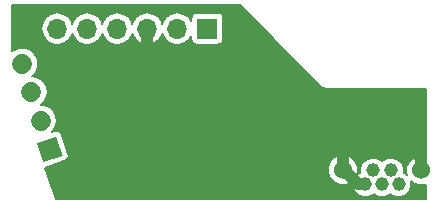
<source format=gbl>
G04 #@! TF.FileFunction,Copper,L2,Bot,Signal*
%FSLAX46Y46*%
G04 Gerber Fmt 4.6, Leading zero omitted, Abs format (unit mm)*
G04 Created by KiCad (PCBNEW 4.0.7-e2-6376~58~ubuntu16.04.1) date Sat Jul  7 00:38:20 2018*
%MOMM*%
%LPD*%
G01*
G04 APERTURE LIST*
%ADD10C,0.100000*%
%ADD11C,0.600000*%
%ADD12C,1.700000*%
%ADD13R,1.700000X1.700000*%
%ADD14O,1.700000X1.700000*%
%ADD15C,1.524000*%
%ADD16C,1.150000*%
%ADD17C,1.000000*%
%ADD18C,0.200000*%
G04 APERTURE END LIST*
D10*
D11*
X125440440Y-75120500D03*
X120553480Y-70279260D03*
X134038340Y-72443340D03*
X129293620Y-67721480D03*
X138153140Y-71798180D03*
X133822440Y-67632580D03*
D10*
G36*
X114208734Y-72628938D02*
X114734062Y-74245734D01*
X113117266Y-74771062D01*
X112591938Y-73154266D01*
X114208734Y-72628938D01*
X114208734Y-72628938D01*
G37*
D12*
X112878097Y-71284316D02*
X112878097Y-71284316D01*
X112093194Y-68868633D02*
X112093194Y-68868633D01*
X111308291Y-66452949D02*
X111308291Y-66452949D01*
D13*
X127000000Y-63500000D03*
D14*
X124460000Y-63500000D03*
X121920000Y-63500000D03*
X119380000Y-63500000D03*
X116840000Y-63500000D03*
X114300000Y-63500000D03*
D11*
X130423920Y-64035940D03*
D15*
X145108500Y-75488800D03*
X138458500Y-75438800D03*
D16*
X140383500Y-76688800D03*
X141783500Y-76688800D03*
X143183500Y-76688800D03*
X141033500Y-75488800D03*
X142533500Y-75488800D03*
D17*
X138458500Y-75438800D02*
X138458500Y-72103540D01*
X138458500Y-72103540D02*
X138153140Y-71798180D01*
X145108500Y-75488800D02*
X145108500Y-74411170D01*
X145108500Y-74411170D02*
X144536160Y-73838830D01*
X121920000Y-63500000D02*
X121920000Y-65438020D01*
X138480800Y-75397360D02*
X139771120Y-76687680D01*
X139771120Y-76687680D02*
X140294360Y-76687680D01*
D18*
G36*
X136593414Y-68406586D02*
X136779957Y-68531231D01*
X137000000Y-68575000D01*
X145475000Y-68575000D01*
X145475000Y-74274511D01*
X145360629Y-74227020D01*
X144858574Y-74226581D01*
X144394568Y-74418305D01*
X144039252Y-74773001D01*
X143846720Y-75236671D01*
X143846281Y-75738726D01*
X143911427Y-75896391D01*
X143793233Y-75777991D01*
X143608315Y-75701206D01*
X143608686Y-75275907D01*
X143445372Y-74880657D01*
X143143233Y-74577991D01*
X142748269Y-74413987D01*
X142320607Y-74413614D01*
X141925357Y-74576928D01*
X141783518Y-74718520D01*
X141643233Y-74577991D01*
X141248269Y-74413987D01*
X140820607Y-74413614D01*
X140425357Y-74576928D01*
X140122691Y-74879067D01*
X139958687Y-75274031D01*
X139958314Y-75701332D01*
X139775357Y-75776928D01*
X139620295Y-75931720D01*
X139720280Y-75690929D01*
X139720719Y-75188874D01*
X139528995Y-74724868D01*
X139174299Y-74369552D01*
X138710629Y-74177020D01*
X138208574Y-74176581D01*
X137744568Y-74368305D01*
X137389252Y-74723001D01*
X137196720Y-75186671D01*
X137196281Y-75688726D01*
X137388005Y-76152732D01*
X137742701Y-76508048D01*
X138206371Y-76700580D01*
X138708426Y-76701019D01*
X139172432Y-76509295D01*
X139380143Y-76301946D01*
X139308687Y-76474031D01*
X139308314Y-76901693D01*
X139471628Y-77296943D01*
X139773767Y-77599609D01*
X140168731Y-77763613D01*
X140596393Y-77763986D01*
X140991643Y-77600672D01*
X141083395Y-77509080D01*
X141173767Y-77599609D01*
X141568731Y-77763613D01*
X141996393Y-77763986D01*
X142391643Y-77600672D01*
X142483395Y-77509080D01*
X142573767Y-77599609D01*
X142968731Y-77763613D01*
X143396393Y-77763986D01*
X143791643Y-77600672D01*
X144094309Y-77298533D01*
X144258313Y-76903569D01*
X144258686Y-76475907D01*
X144221950Y-76386998D01*
X144392701Y-76558048D01*
X144856371Y-76750580D01*
X145358426Y-76751019D01*
X145475000Y-76702851D01*
X145475000Y-77911000D01*
X114199078Y-77911000D01*
X113264190Y-75257125D01*
X113274801Y-75255906D01*
X114891597Y-74730578D01*
X115057043Y-74640163D01*
X115185052Y-74483429D01*
X115241997Y-74289242D01*
X115218906Y-74088199D01*
X114693578Y-72471403D01*
X114603163Y-72305957D01*
X114446429Y-72177948D01*
X114252242Y-72121003D01*
X114051199Y-72144094D01*
X113854702Y-72207940D01*
X114106109Y-71889031D01*
X114249089Y-71382065D01*
X114187178Y-70858971D01*
X113929800Y-70399389D01*
X113516139Y-70073285D01*
X113009173Y-69930305D01*
X112893304Y-69944019D01*
X112995102Y-69887009D01*
X113321206Y-69473348D01*
X113464186Y-68966382D01*
X113402275Y-68443288D01*
X113144897Y-67983706D01*
X112731236Y-67657602D01*
X112224270Y-67514622D01*
X112108398Y-67528336D01*
X112210199Y-67471325D01*
X112536303Y-67057664D01*
X112679283Y-66550698D01*
X112617372Y-66027604D01*
X112359994Y-65568022D01*
X111946333Y-65241918D01*
X111439367Y-65098938D01*
X110916273Y-65160849D01*
X110865965Y-65177195D01*
X110430000Y-65421347D01*
X110430000Y-63473552D01*
X112950000Y-63473552D01*
X112950000Y-63526448D01*
X113052763Y-64043071D01*
X113345406Y-64481042D01*
X113783377Y-64773685D01*
X114300000Y-64876448D01*
X114816623Y-64773685D01*
X115254594Y-64481042D01*
X115547237Y-64043071D01*
X115570000Y-63928634D01*
X115592763Y-64043071D01*
X115885406Y-64481042D01*
X116323377Y-64773685D01*
X116840000Y-64876448D01*
X117356623Y-64773685D01*
X117794594Y-64481042D01*
X118087237Y-64043071D01*
X118110000Y-63928634D01*
X118132763Y-64043071D01*
X118425406Y-64481042D01*
X118863377Y-64773685D01*
X119380000Y-64876448D01*
X119896623Y-64773685D01*
X120334594Y-64481042D01*
X120627237Y-64043071D01*
X120650000Y-63928634D01*
X120672763Y-64043071D01*
X120965406Y-64481042D01*
X121403377Y-64773685D01*
X121920000Y-64876448D01*
X122436623Y-64773685D01*
X122874594Y-64481042D01*
X123167237Y-64043071D01*
X123190000Y-63928634D01*
X123212763Y-64043071D01*
X123505406Y-64481042D01*
X123943377Y-64773685D01*
X124460000Y-64876448D01*
X124976623Y-64773685D01*
X125414594Y-64481042D01*
X125640205Y-64143391D01*
X125640205Y-64350000D01*
X125675069Y-64535289D01*
X125784575Y-64705465D01*
X125951661Y-64819630D01*
X126150000Y-64859795D01*
X127850000Y-64859795D01*
X128035289Y-64824931D01*
X128205465Y-64715425D01*
X128319630Y-64548339D01*
X128359795Y-64350000D01*
X128359795Y-62650000D01*
X128324931Y-62464711D01*
X128215425Y-62294535D01*
X128048339Y-62180370D01*
X127850000Y-62140205D01*
X126150000Y-62140205D01*
X125964711Y-62175069D01*
X125794535Y-62284575D01*
X125680370Y-62451661D01*
X125640205Y-62650000D01*
X125640205Y-62856609D01*
X125414594Y-62518958D01*
X124976623Y-62226315D01*
X124460000Y-62123552D01*
X123943377Y-62226315D01*
X123505406Y-62518958D01*
X123212763Y-62956929D01*
X123190000Y-63071366D01*
X123167237Y-62956929D01*
X122874594Y-62518958D01*
X122436623Y-62226315D01*
X121920000Y-62123552D01*
X121403377Y-62226315D01*
X120965406Y-62518958D01*
X120672763Y-62956929D01*
X120650000Y-63071366D01*
X120627237Y-62956929D01*
X120334594Y-62518958D01*
X119896623Y-62226315D01*
X119380000Y-62123552D01*
X118863377Y-62226315D01*
X118425406Y-62518958D01*
X118132763Y-62956929D01*
X118110000Y-63071366D01*
X118087237Y-62956929D01*
X117794594Y-62518958D01*
X117356623Y-62226315D01*
X116840000Y-62123552D01*
X116323377Y-62226315D01*
X115885406Y-62518958D01*
X115592763Y-62956929D01*
X115570000Y-63071366D01*
X115547237Y-62956929D01*
X115254594Y-62518958D01*
X114816623Y-62226315D01*
X114300000Y-62123552D01*
X113783377Y-62226315D01*
X113345406Y-62518958D01*
X113052763Y-62956929D01*
X112950000Y-63473552D01*
X110430000Y-63473552D01*
X110430000Y-61535000D01*
X129721828Y-61535000D01*
X136593414Y-68406586D01*
X136593414Y-68406586D01*
G37*
X136593414Y-68406586D02*
X136779957Y-68531231D01*
X137000000Y-68575000D01*
X145475000Y-68575000D01*
X145475000Y-74274511D01*
X145360629Y-74227020D01*
X144858574Y-74226581D01*
X144394568Y-74418305D01*
X144039252Y-74773001D01*
X143846720Y-75236671D01*
X143846281Y-75738726D01*
X143911427Y-75896391D01*
X143793233Y-75777991D01*
X143608315Y-75701206D01*
X143608686Y-75275907D01*
X143445372Y-74880657D01*
X143143233Y-74577991D01*
X142748269Y-74413987D01*
X142320607Y-74413614D01*
X141925357Y-74576928D01*
X141783518Y-74718520D01*
X141643233Y-74577991D01*
X141248269Y-74413987D01*
X140820607Y-74413614D01*
X140425357Y-74576928D01*
X140122691Y-74879067D01*
X139958687Y-75274031D01*
X139958314Y-75701332D01*
X139775357Y-75776928D01*
X139620295Y-75931720D01*
X139720280Y-75690929D01*
X139720719Y-75188874D01*
X139528995Y-74724868D01*
X139174299Y-74369552D01*
X138710629Y-74177020D01*
X138208574Y-74176581D01*
X137744568Y-74368305D01*
X137389252Y-74723001D01*
X137196720Y-75186671D01*
X137196281Y-75688726D01*
X137388005Y-76152732D01*
X137742701Y-76508048D01*
X138206371Y-76700580D01*
X138708426Y-76701019D01*
X139172432Y-76509295D01*
X139380143Y-76301946D01*
X139308687Y-76474031D01*
X139308314Y-76901693D01*
X139471628Y-77296943D01*
X139773767Y-77599609D01*
X140168731Y-77763613D01*
X140596393Y-77763986D01*
X140991643Y-77600672D01*
X141083395Y-77509080D01*
X141173767Y-77599609D01*
X141568731Y-77763613D01*
X141996393Y-77763986D01*
X142391643Y-77600672D01*
X142483395Y-77509080D01*
X142573767Y-77599609D01*
X142968731Y-77763613D01*
X143396393Y-77763986D01*
X143791643Y-77600672D01*
X144094309Y-77298533D01*
X144258313Y-76903569D01*
X144258686Y-76475907D01*
X144221950Y-76386998D01*
X144392701Y-76558048D01*
X144856371Y-76750580D01*
X145358426Y-76751019D01*
X145475000Y-76702851D01*
X145475000Y-77911000D01*
X114199078Y-77911000D01*
X113264190Y-75257125D01*
X113274801Y-75255906D01*
X114891597Y-74730578D01*
X115057043Y-74640163D01*
X115185052Y-74483429D01*
X115241997Y-74289242D01*
X115218906Y-74088199D01*
X114693578Y-72471403D01*
X114603163Y-72305957D01*
X114446429Y-72177948D01*
X114252242Y-72121003D01*
X114051199Y-72144094D01*
X113854702Y-72207940D01*
X114106109Y-71889031D01*
X114249089Y-71382065D01*
X114187178Y-70858971D01*
X113929800Y-70399389D01*
X113516139Y-70073285D01*
X113009173Y-69930305D01*
X112893304Y-69944019D01*
X112995102Y-69887009D01*
X113321206Y-69473348D01*
X113464186Y-68966382D01*
X113402275Y-68443288D01*
X113144897Y-67983706D01*
X112731236Y-67657602D01*
X112224270Y-67514622D01*
X112108398Y-67528336D01*
X112210199Y-67471325D01*
X112536303Y-67057664D01*
X112679283Y-66550698D01*
X112617372Y-66027604D01*
X112359994Y-65568022D01*
X111946333Y-65241918D01*
X111439367Y-65098938D01*
X110916273Y-65160849D01*
X110865965Y-65177195D01*
X110430000Y-65421347D01*
X110430000Y-63473552D01*
X112950000Y-63473552D01*
X112950000Y-63526448D01*
X113052763Y-64043071D01*
X113345406Y-64481042D01*
X113783377Y-64773685D01*
X114300000Y-64876448D01*
X114816623Y-64773685D01*
X115254594Y-64481042D01*
X115547237Y-64043071D01*
X115570000Y-63928634D01*
X115592763Y-64043071D01*
X115885406Y-64481042D01*
X116323377Y-64773685D01*
X116840000Y-64876448D01*
X117356623Y-64773685D01*
X117794594Y-64481042D01*
X118087237Y-64043071D01*
X118110000Y-63928634D01*
X118132763Y-64043071D01*
X118425406Y-64481042D01*
X118863377Y-64773685D01*
X119380000Y-64876448D01*
X119896623Y-64773685D01*
X120334594Y-64481042D01*
X120627237Y-64043071D01*
X120650000Y-63928634D01*
X120672763Y-64043071D01*
X120965406Y-64481042D01*
X121403377Y-64773685D01*
X121920000Y-64876448D01*
X122436623Y-64773685D01*
X122874594Y-64481042D01*
X123167237Y-64043071D01*
X123190000Y-63928634D01*
X123212763Y-64043071D01*
X123505406Y-64481042D01*
X123943377Y-64773685D01*
X124460000Y-64876448D01*
X124976623Y-64773685D01*
X125414594Y-64481042D01*
X125640205Y-64143391D01*
X125640205Y-64350000D01*
X125675069Y-64535289D01*
X125784575Y-64705465D01*
X125951661Y-64819630D01*
X126150000Y-64859795D01*
X127850000Y-64859795D01*
X128035289Y-64824931D01*
X128205465Y-64715425D01*
X128319630Y-64548339D01*
X128359795Y-64350000D01*
X128359795Y-62650000D01*
X128324931Y-62464711D01*
X128215425Y-62294535D01*
X128048339Y-62180370D01*
X127850000Y-62140205D01*
X126150000Y-62140205D01*
X125964711Y-62175069D01*
X125794535Y-62284575D01*
X125680370Y-62451661D01*
X125640205Y-62650000D01*
X125640205Y-62856609D01*
X125414594Y-62518958D01*
X124976623Y-62226315D01*
X124460000Y-62123552D01*
X123943377Y-62226315D01*
X123505406Y-62518958D01*
X123212763Y-62956929D01*
X123190000Y-63071366D01*
X123167237Y-62956929D01*
X122874594Y-62518958D01*
X122436623Y-62226315D01*
X121920000Y-62123552D01*
X121403377Y-62226315D01*
X120965406Y-62518958D01*
X120672763Y-62956929D01*
X120650000Y-63071366D01*
X120627237Y-62956929D01*
X120334594Y-62518958D01*
X119896623Y-62226315D01*
X119380000Y-62123552D01*
X118863377Y-62226315D01*
X118425406Y-62518958D01*
X118132763Y-62956929D01*
X118110000Y-63071366D01*
X118087237Y-62956929D01*
X117794594Y-62518958D01*
X117356623Y-62226315D01*
X116840000Y-62123552D01*
X116323377Y-62226315D01*
X115885406Y-62518958D01*
X115592763Y-62956929D01*
X115570000Y-63071366D01*
X115547237Y-62956929D01*
X115254594Y-62518958D01*
X114816623Y-62226315D01*
X114300000Y-62123552D01*
X113783377Y-62226315D01*
X113345406Y-62518958D01*
X113052763Y-62956929D01*
X112950000Y-63473552D01*
X110430000Y-63473552D01*
X110430000Y-61535000D01*
X129721828Y-61535000D01*
X136593414Y-68406586D01*
M02*

</source>
